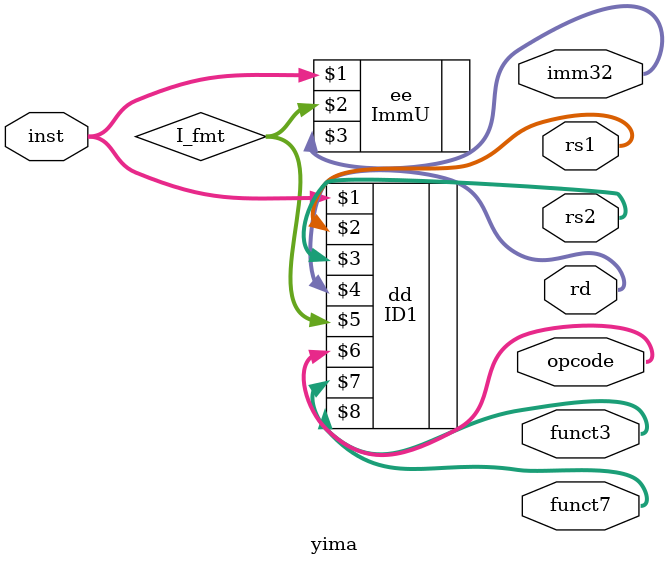
<source format=v>
`timescale 1ns / 1ps


module yima(inst,rs1,rs2,rd,imm32,opcode,funct3,funct7);
     input [31:0]inst;
     output [4:0]rs1;
     output [4:0]rs2;
     output [4:0]rd;
     output [31:0]imm32;
     output [6:0]opcode;
     output [2:0]funct3;
     output [6:0]funct7;
     wire [6:0]I_fmt;
     ID1 dd(inst,rs1,rs2,rd,I_fmt,opcode,funct3,funct7);
     ImmU ee(inst,I_fmt,imm32);
endmodule

</source>
